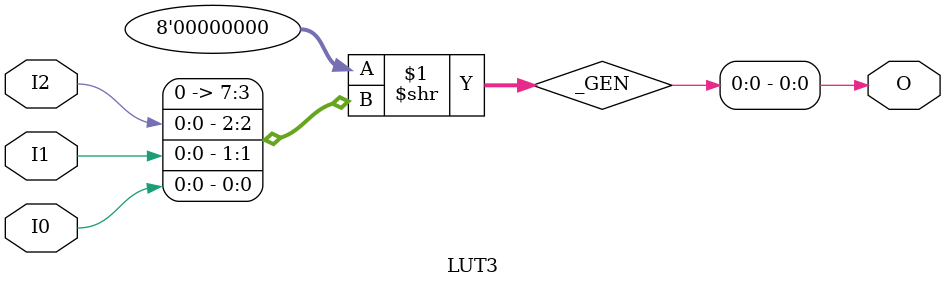
<source format=v>
module LUT3(	// file.cleaned.mlir:2:3
  input  I0,	// file.cleaned.mlir:2:22
         I1,	// file.cleaned.mlir:2:35
         I2,	// file.cleaned.mlir:2:48
  output O	// file.cleaned.mlir:2:62
);

  wire [7:0] _GEN = 8'h0 >> {5'h0, I2, I1, I0};	// file.cleaned.mlir:3:14, :4:14, :5:10, :6:10
  assign O = _GEN[0];	// file.cleaned.mlir:6:10, :7:10, :8:5
endmodule


</source>
